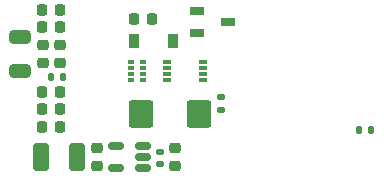
<source format=gbp>
%TF.GenerationSoftware,KiCad,Pcbnew,(6.0.7)*%
%TF.CreationDate,2022-08-25T13:01:18+08:00*%
%TF.ProjectId,T12_SolderingStationScreen,5431325f-536f-46c6-9465-72696e675374,rev?*%
%TF.SameCoordinates,Original*%
%TF.FileFunction,Paste,Bot*%
%TF.FilePolarity,Positive*%
%FSLAX45Y45*%
G04 Gerber Fmt 4.5, Leading zero omitted, Abs format (unit mm)*
G04 Created by KiCad (PCBNEW (6.0.7)) date 2022-08-25 13:01:18*
%MOMM*%
%LPD*%
G01*
G04 APERTURE LIST*
G04 Aperture macros list*
%AMRoundRect*
0 Rectangle with rounded corners*
0 $1 Rounding radius*
0 $2 $3 $4 $5 $6 $7 $8 $9 X,Y pos of 4 corners*
0 Add a 4 corners polygon primitive as box body*
4,1,4,$2,$3,$4,$5,$6,$7,$8,$9,$2,$3,0*
0 Add four circle primitives for the rounded corners*
1,1,$1+$1,$2,$3*
1,1,$1+$1,$4,$5*
1,1,$1+$1,$6,$7*
1,1,$1+$1,$8,$9*
0 Add four rect primitives between the rounded corners*
20,1,$1+$1,$2,$3,$4,$5,0*
20,1,$1+$1,$4,$5,$6,$7,0*
20,1,$1+$1,$6,$7,$8,$9,0*
20,1,$1+$1,$8,$9,$2,$3,0*%
G04 Aperture macros list end*
%ADD10RoundRect,0.225000X0.250000X-0.225000X0.250000X0.225000X-0.250000X0.225000X-0.250000X-0.225000X0*%
%ADD11RoundRect,0.225000X-0.250000X0.225000X-0.250000X-0.225000X0.250000X-0.225000X0.250000X0.225000X0*%
%ADD12RoundRect,0.225000X0.225000X0.250000X-0.225000X0.250000X-0.225000X-0.250000X0.225000X-0.250000X0*%
%ADD13RoundRect,0.135000X-0.135000X-0.185000X0.135000X-0.185000X0.135000X0.185000X-0.135000X0.185000X0*%
%ADD14R,1.220000X0.650000*%
%ADD15RoundRect,0.135000X0.185000X-0.135000X0.185000X0.135000X-0.185000X0.135000X-0.185000X-0.135000X0*%
%ADD16R,0.800000X0.300000*%
%ADD17R,0.900000X1.200000*%
%ADD18RoundRect,0.135000X0.135000X0.185000X-0.135000X0.185000X-0.135000X-0.185000X0.135000X-0.185000X0*%
%ADD19RoundRect,0.150000X0.512500X0.150000X-0.512500X0.150000X-0.512500X-0.150000X0.512500X-0.150000X0*%
%ADD20RoundRect,0.135000X-0.185000X0.135000X-0.185000X-0.135000X0.185000X-0.135000X0.185000X0.135000X0*%
%ADD21RoundRect,0.250000X0.650000X-0.325000X0.650000X0.325000X-0.650000X0.325000X-0.650000X-0.325000X0*%
%ADD22RoundRect,0.250000X0.412500X0.925000X-0.412500X0.925000X-0.412500X-0.925000X0.412500X-0.925000X0*%
%ADD23RoundRect,0.250000X-0.787500X-0.925000X0.787500X-0.925000X0.787500X0.925000X-0.787500X0.925000X0*%
%ADD24R,0.500000X0.320000*%
G04 APERTURE END LIST*
D10*
%TO.C,C8*%
X9963220Y-12386340D03*
X9963220Y-12231340D03*
%TD*%
D11*
%TO.C,C2*%
X10934700Y-13103860D03*
X10934700Y-13258860D03*
%TD*%
D12*
%TO.C,C10*%
X10744860Y-12009120D03*
X10589860Y-12009120D03*
%TD*%
D13*
%TO.C,R3*%
X12499140Y-12956540D03*
X12601140Y-12956540D03*
%TD*%
D12*
%TO.C,C12*%
X9965720Y-12776200D03*
X9810720Y-12776200D03*
%TD*%
D14*
%TO.C,Q1*%
X11126280Y-12132060D03*
X11126280Y-11942060D03*
X11388280Y-12037060D03*
%TD*%
D15*
%TO.C,R2*%
X11325860Y-12778940D03*
X11325860Y-12676940D03*
%TD*%
D16*
%TO.C,U2*%
X11178600Y-12378620D03*
X11178600Y-12428620D03*
X11178600Y-12478620D03*
X11178600Y-12528620D03*
X10868600Y-12528620D03*
X10868600Y-12478620D03*
X10868600Y-12428620D03*
X10868600Y-12378620D03*
%TD*%
D12*
%TO.C,C5*%
X9965720Y-11932920D03*
X9810720Y-11932920D03*
%TD*%
D17*
%TO.C,D1*%
X10919360Y-12202160D03*
X10589360Y-12202160D03*
%TD*%
D12*
%TO.C,C11*%
X9965720Y-12628880D03*
X9810720Y-12628880D03*
%TD*%
D18*
%TO.C,R4*%
X9994220Y-12506960D03*
X9892220Y-12506960D03*
%TD*%
D19*
%TO.C,U1*%
X10669990Y-13086360D03*
X10669990Y-13181360D03*
X10669990Y-13276360D03*
X10442490Y-13276360D03*
X10442490Y-13086360D03*
%TD*%
D20*
%TO.C,R1*%
X10812780Y-13135240D03*
X10812780Y-13237240D03*
%TD*%
D21*
%TO.C,C7*%
X9624060Y-12456340D03*
X9624060Y-12161340D03*
%TD*%
D10*
%TO.C,C9*%
X9817100Y-12386340D03*
X9817100Y-12231340D03*
%TD*%
D12*
%TO.C,C13*%
X9965720Y-12923520D03*
X9810720Y-12923520D03*
%TD*%
D22*
%TO.C,C3*%
X10110550Y-13177520D03*
X9803050Y-13177520D03*
%TD*%
D23*
%TO.C,C1*%
X10652610Y-12819380D03*
X11145110Y-12819380D03*
%TD*%
D24*
%TO.C,RN1*%
X10569360Y-12528620D03*
X10569360Y-12478620D03*
X10569360Y-12428620D03*
X10569360Y-12378620D03*
X10669360Y-12378620D03*
X10669360Y-12428620D03*
X10669360Y-12478620D03*
X10669360Y-12528620D03*
%TD*%
D12*
%TO.C,C6*%
X9965720Y-12082780D03*
X9810720Y-12082780D03*
%TD*%
D11*
%TO.C,C4*%
X10276840Y-13103860D03*
X10276840Y-13258860D03*
%TD*%
M02*

</source>
